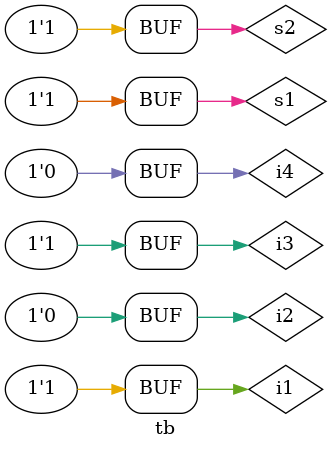
<source format=v>
module tb;
  reg s1,s2;
  reg i1,i2,i3,i4;
  wire y;
  mux_4_1 mux(i1,i2,i3,i4,s1,s2,y);
  initial begin
    $monitor("s1=%b,s2 = %b, i4 = %0b, i3 = %0b ,i2 = %0b, i1 = %0b, y = %0b", s1,s2,i4,i3,i2,i1, y);
   i1=0;i2=1;i3=0;i4=0;
   s1=0;s2=0;#3
   s1=0;s2=1;#3;
   i1=1;i2=0;i3=1;i4=0;
   s1=1;s2=0;#3
   s1=1;s2=1;#3;
  end
endmodule

</source>
